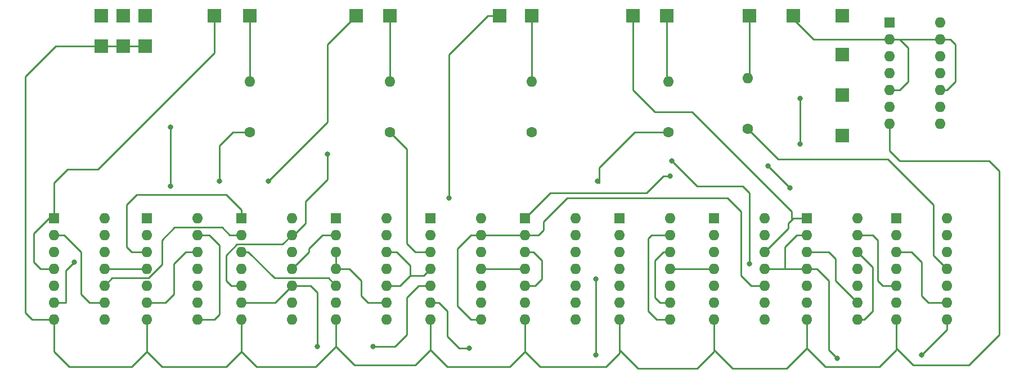
<source format=gbr>
%TF.GenerationSoftware,KiCad,Pcbnew,(5.1.6)-1*%
%TF.CreationDate,2020-12-22T11:19:16+01:00*%
%TF.ProjectId,Addierer,41646469-6572-4657-922e-6b696361645f,rev?*%
%TF.SameCoordinates,Original*%
%TF.FileFunction,Copper,L1,Top*%
%TF.FilePolarity,Positive*%
%FSLAX46Y46*%
G04 Gerber Fmt 4.6, Leading zero omitted, Abs format (unit mm)*
G04 Created by KiCad (PCBNEW (5.1.6)-1) date 2020-12-22 11:19:16*
%MOMM*%
%LPD*%
G01*
G04 APERTURE LIST*
%TA.AperFunction,ComponentPad*%
%ADD10R,2.000000X2.000000*%
%TD*%
%TA.AperFunction,ComponentPad*%
%ADD11O,1.600000X1.600000*%
%TD*%
%TA.AperFunction,ComponentPad*%
%ADD12C,1.600000*%
%TD*%
%TA.AperFunction,ComponentPad*%
%ADD13R,1.600000X1.600000*%
%TD*%
%TA.AperFunction,ViaPad*%
%ADD14C,0.800000*%
%TD*%
%TA.AperFunction,Conductor*%
%ADD15C,0.250000*%
%TD*%
G04 APERTURE END LIST*
D10*
%TO.P,GND,1*%
%TO.N,Net-(GND1-Pad1)*%
X60452000Y-99568000D03*
%TD*%
%TO.P,GND,1*%
%TO.N,Net-(GND1-Pad1)*%
X57150000Y-99568000D03*
%TD*%
%TO.P,Vcc,1*%
%TO.N,+5V*%
X60452000Y-94996000D03*
%TD*%
%TO.P,Vcc,1*%
%TO.N,+5V*%
X57150000Y-94996000D03*
%TD*%
%TO.P,a1,1*%
%TO.N,Net-(U1-Pad1)*%
X70866000Y-94996000D03*
%TD*%
%TO.P,a2,1*%
%TO.N,Net-(U3-Pad4)*%
X92202000Y-94996000D03*
%TD*%
%TO.P,a3,1*%
%TO.N,Net-(U5-Pad12)*%
X113792000Y-94996000D03*
%TD*%
%TO.P,a4,1*%
%TO.N,Net-(U8-Pad12)*%
X133858000Y-94996000D03*
%TD*%
%TO.P,b1,1*%
%TO.N,Net-(U12-Pad1)*%
X165354000Y-94996000D03*
%TD*%
%TO.P,b2,1*%
%TO.N,Net-(U12-Pad4)*%
X165354000Y-100838000D03*
%TD*%
%TO.P,b3,1*%
%TO.N,Net-(U12-Pad9)*%
X165354000Y-106934000D03*
%TD*%
%TO.P,b4,1*%
%TO.N,Net-(U12-Pad12)*%
X165354000Y-113030000D03*
%TD*%
%TO.P,GND,1*%
%TO.N,Net-(GND1-Pad1)*%
X53848000Y-99568000D03*
%TD*%
D11*
%TO.P,R1,2*%
%TO.N,Net-(R1-Pad2)*%
X76200000Y-104902000D03*
D12*
%TO.P,R1,1*%
%TO.N,Net-(R1-Pad1)*%
X76200000Y-112522000D03*
%TD*%
D11*
%TO.P,R3,2*%
%TO.N,Net-(R3-Pad2)*%
X97282000Y-104902000D03*
D12*
%TO.P,R3,1*%
%TO.N,Net-(R3-Pad1)*%
X97282000Y-112522000D03*
%TD*%
%TO.P,R5,1*%
%TO.N,Net-(R5-Pad1)*%
X118618000Y-112522000D03*
D11*
%TO.P,R5,2*%
%TO.N,Net-(R5-Pad2)*%
X118618000Y-104902000D03*
%TD*%
D12*
%TO.P,R7,1*%
%TO.N,Net-(R7-Pad1)*%
X139192000Y-112522000D03*
D11*
%TO.P,R7,2*%
%TO.N,Net-(R7-Pad2)*%
X139192000Y-104902000D03*
%TD*%
D12*
%TO.P,R8,1*%
%TO.N,Net-(R8-Pad1)*%
X151130000Y-112014000D03*
D11*
%TO.P,R8,2*%
%TO.N,Net-(R8-Pad2)*%
X151130000Y-104394000D03*
%TD*%
D10*
%TO.P,S1,1*%
%TO.N,Net-(R1-Pad2)*%
X76200000Y-94996000D03*
%TD*%
%TO.P,S2,1*%
%TO.N,Net-(R3-Pad2)*%
X97282000Y-94996000D03*
%TD*%
%TO.P,S3,1*%
%TO.N,Net-(R5-Pad2)*%
X118618000Y-94996000D03*
%TD*%
%TO.P,S4,1*%
%TO.N,Net-(R7-Pad2)*%
X138938000Y-94996000D03*
%TD*%
D13*
%TO.P,U1,1*%
%TO.N,Net-(U1-Pad1)*%
X46736000Y-125476000D03*
D11*
%TO.P,U1,8*%
%TO.N,Net-(U1-Pad13)*%
X54356000Y-140716000D03*
%TO.P,U1,2*%
%TO.N,Net-(U1-Pad2)*%
X46736000Y-128016000D03*
%TO.P,U1,9*%
X54356000Y-138176000D03*
%TO.P,U1,3*%
%TO.N,Net-(U1-Pad10)*%
X46736000Y-130556000D03*
%TO.P,U1,10*%
X54356000Y-135636000D03*
%TO.P,U1,4*%
%TO.N,Net-(U1-Pad1)*%
X46736000Y-133096000D03*
%TO.P,U1,11*%
%TO.N,Net-(U1-Pad11)*%
X54356000Y-133096000D03*
%TO.P,U1,5*%
%TO.N,Net-(U1-Pad10)*%
X46736000Y-135636000D03*
%TO.P,U1,12*%
%TO.N,Net-(U1-Pad12)*%
X54356000Y-130556000D03*
%TO.P,U1,6*%
X46736000Y-138176000D03*
%TO.P,U1,13*%
%TO.N,Net-(U1-Pad13)*%
X54356000Y-128016000D03*
%TO.P,U1,7*%
%TO.N,Net-(GND1-Pad1)*%
X46736000Y-140716000D03*
%TO.P,U1,14*%
%TO.N,+5V*%
X54356000Y-125476000D03*
%TD*%
D13*
%TO.P,U2,1*%
%TO.N,Net-(U1-Pad11)*%
X60706000Y-125476000D03*
D11*
%TO.P,U2,8*%
%TO.N,Net-(U2-Pad13)*%
X68326000Y-140716000D03*
%TO.P,U2,2*%
%TO.N,Net-(U11-Pad1)*%
X60706000Y-128016000D03*
%TO.P,U2,9*%
%TO.N,Net-(U2-Pad3)*%
X68326000Y-138176000D03*
%TO.P,U2,3*%
X60706000Y-130556000D03*
%TO.P,U2,10*%
%TO.N,Net-(U11-Pad1)*%
X68326000Y-135636000D03*
%TO.P,U2,4*%
%TO.N,Net-(U1-Pad11)*%
X60706000Y-133096000D03*
%TO.P,U2,11*%
%TO.N,Net-(R1-Pad1)*%
X68326000Y-133096000D03*
%TO.P,U2,5*%
%TO.N,Net-(U2-Pad3)*%
X60706000Y-135636000D03*
%TO.P,U2,12*%
%TO.N,Net-(U2-Pad12)*%
X68326000Y-130556000D03*
%TO.P,U2,6*%
X60706000Y-138176000D03*
%TO.P,U2,13*%
%TO.N,Net-(U2-Pad13)*%
X68326000Y-128016000D03*
%TO.P,U2,7*%
%TO.N,Net-(GND1-Pad1)*%
X60706000Y-140716000D03*
%TO.P,U2,14*%
%TO.N,+5V*%
X68326000Y-125476000D03*
%TD*%
%TO.P,U3,14*%
%TO.N,+5V*%
X82550000Y-125476000D03*
%TO.P,U3,7*%
%TO.N,Net-(GND1-Pad1)*%
X74930000Y-140716000D03*
%TO.P,U3,13*%
%TO.N,Net-(U12-Pad6)*%
X82550000Y-128016000D03*
%TO.P,U3,6*%
%TO.N,Net-(U3-Pad10)*%
X74930000Y-138176000D03*
%TO.P,U3,12*%
X82550000Y-130556000D03*
%TO.P,U3,5*%
%TO.N,Net-(U12-Pad6)*%
X74930000Y-135636000D03*
%TO.P,U3,11*%
%TO.N,Net-(U3-Pad11)*%
X82550000Y-133096000D03*
%TO.P,U3,4*%
%TO.N,Net-(U3-Pad4)*%
X74930000Y-133096000D03*
%TO.P,U3,10*%
%TO.N,Net-(U3-Pad10)*%
X82550000Y-135636000D03*
%TO.P,U3,3*%
%TO.N,Net-(U3-Pad3)*%
X74930000Y-130556000D03*
%TO.P,U3,9*%
%TO.N,Net-(U3-Pad4)*%
X82550000Y-138176000D03*
%TO.P,U3,2*%
%TO.N,Net-(U1-Pad10)*%
X74930000Y-128016000D03*
%TO.P,U3,8*%
%TO.N,Net-(U3-Pad8)*%
X82550000Y-140716000D03*
D13*
%TO.P,U3,1*%
%TO.N,Net-(U2-Pad3)*%
X74930000Y-125476000D03*
%TD*%
D11*
%TO.P,U4,14*%
%TO.N,+5V*%
X96774000Y-125476000D03*
%TO.P,U4,7*%
%TO.N,Net-(GND1-Pad1)*%
X89154000Y-140716000D03*
%TO.P,U4,13*%
%TO.N,Net-(U3-Pad3)*%
X96774000Y-128016000D03*
%TO.P,U4,6*%
%TO.N,Net-(U4-Pad10)*%
X89154000Y-138176000D03*
%TO.P,U4,12*%
X96774000Y-130556000D03*
%TO.P,U4,5*%
%TO.N,Net-(U3-Pad3)*%
X89154000Y-135636000D03*
%TO.P,U4,11*%
%TO.N,Net-(U4-Pad11)*%
X96774000Y-133096000D03*
%TO.P,U4,4*%
%TO.N,Net-(U4-Pad3)*%
X89154000Y-133096000D03*
%TO.P,U4,10*%
%TO.N,Net-(U4-Pad10)*%
X96774000Y-135636000D03*
%TO.P,U4,3*%
%TO.N,Net-(U4-Pad3)*%
X89154000Y-130556000D03*
%TO.P,U4,9*%
X96774000Y-138176000D03*
%TO.P,U4,2*%
%TO.N,Net-(U3-Pad11)*%
X89154000Y-128016000D03*
%TO.P,U4,8*%
%TO.N,Net-(U4-Pad8)*%
X96774000Y-140716000D03*
D13*
%TO.P,U4,1*%
%TO.N,Net-(U3-Pad8)*%
X89154000Y-125476000D03*
%TD*%
%TO.P,U5,1*%
%TO.N,Net-(U4-Pad8)*%
X103378000Y-125476000D03*
D11*
%TO.P,U5,8*%
%TO.N,Net-(U5-Pad13)*%
X110998000Y-140716000D03*
%TO.P,U5,2*%
%TO.N,Net-(U4-Pad11)*%
X103378000Y-128016000D03*
%TO.P,U5,9*%
%TO.N,Net-(U5-Pad12)*%
X110998000Y-138176000D03*
%TO.P,U5,3*%
%TO.N,Net-(R3-Pad1)*%
X103378000Y-130556000D03*
%TO.P,U5,10*%
%TO.N,Net-(U12-Pad8)*%
X110998000Y-135636000D03*
%TO.P,U5,4*%
%TO.N,Net-(U4-Pad10)*%
X103378000Y-133096000D03*
%TO.P,U5,11*%
%TO.N,Net-(U5-Pad11)*%
X110998000Y-133096000D03*
%TO.P,U5,5*%
%TO.N,Net-(U3-Pad10)*%
X103378000Y-135636000D03*
%TO.P,U5,12*%
%TO.N,Net-(U5-Pad12)*%
X110998000Y-130556000D03*
%TO.P,U5,6*%
%TO.N,Net-(U5-Pad6)*%
X103378000Y-138176000D03*
%TO.P,U5,13*%
%TO.N,Net-(U5-Pad13)*%
X110998000Y-128016000D03*
%TO.P,U5,7*%
%TO.N,Net-(GND1-Pad1)*%
X103378000Y-140716000D03*
%TO.P,U5,14*%
%TO.N,+5V*%
X110998000Y-125476000D03*
%TD*%
%TO.P,U6,14*%
%TO.N,+5V*%
X125222000Y-125476000D03*
%TO.P,U6,7*%
%TO.N,Net-(GND1-Pad1)*%
X117602000Y-140716000D03*
%TO.P,U6,13*%
%TO.N,N/C*%
X125222000Y-128016000D03*
%TO.P,U6,6*%
%TO.N,Net-(U6-Pad6)*%
X117602000Y-138176000D03*
%TO.P,U6,12*%
%TO.N,N/C*%
X125222000Y-130556000D03*
%TO.P,U6,5*%
%TO.N,Net-(U6-Pad3)*%
X117602000Y-135636000D03*
%TO.P,U6,11*%
%TO.N,N/C*%
X125222000Y-133096000D03*
%TO.P,U6,4*%
%TO.N,Net-(U5-Pad11)*%
X117602000Y-133096000D03*
%TO.P,U6,10*%
%TO.N,N/C*%
X125222000Y-135636000D03*
%TO.P,U6,3*%
%TO.N,Net-(U6-Pad3)*%
X117602000Y-130556000D03*
%TO.P,U6,9*%
%TO.N,N/C*%
X125222000Y-138176000D03*
%TO.P,U6,2*%
%TO.N,Net-(U5-Pad13)*%
X117602000Y-128016000D03*
%TO.P,U6,8*%
%TO.N,N/C*%
X125222000Y-140716000D03*
D13*
%TO.P,U6,1*%
%TO.N,Net-(U12-Pad8)*%
X117602000Y-125476000D03*
%TD*%
%TO.P,U7,1*%
%TO.N,N/C*%
X131826000Y-125476000D03*
D11*
%TO.P,U7,8*%
%TO.N,Net-(U7-Pad13)*%
X139446000Y-140716000D03*
%TO.P,U7,2*%
%TO.N,N/C*%
X131826000Y-128016000D03*
%TO.P,U7,9*%
%TO.N,Net-(U6-Pad6)*%
X139446000Y-138176000D03*
%TO.P,U7,3*%
%TO.N,N/C*%
X131826000Y-130556000D03*
%TO.P,U7,10*%
%TO.N,Net-(U5-Pad6)*%
X139446000Y-135636000D03*
%TO.P,U7,4*%
%TO.N,N/C*%
X131826000Y-133096000D03*
%TO.P,U7,11*%
%TO.N,Net-(U7-Pad11)*%
X139446000Y-133096000D03*
%TO.P,U7,5*%
%TO.N,N/C*%
X131826000Y-135636000D03*
%TO.P,U7,12*%
%TO.N,Net-(U6-Pad6)*%
X139446000Y-130556000D03*
%TO.P,U7,6*%
%TO.N,N/C*%
X131826000Y-138176000D03*
%TO.P,U7,13*%
%TO.N,Net-(U7-Pad13)*%
X139446000Y-128016000D03*
%TO.P,U7,7*%
%TO.N,Net-(GND1-Pad1)*%
X131826000Y-140716000D03*
%TO.P,U7,14*%
%TO.N,+5V*%
X139446000Y-125476000D03*
%TD*%
%TO.P,U8,14*%
%TO.N,+5V*%
X153670000Y-125476000D03*
%TO.P,U8,7*%
%TO.N,Net-(GND1-Pad1)*%
X146050000Y-140716000D03*
%TO.P,U8,13*%
%TO.N,Net-(U12-Pad11)*%
X153670000Y-128016000D03*
%TO.P,U8,6*%
%TO.N,Net-(R5-Pad1)*%
X146050000Y-138176000D03*
%TO.P,U8,12*%
%TO.N,Net-(U8-Pad12)*%
X153670000Y-130556000D03*
%TO.P,U8,5*%
%TO.N,Net-(U8-Pad3)*%
X146050000Y-135636000D03*
%TO.P,U8,11*%
%TO.N,Net-(U10-Pad13)*%
X153670000Y-133096000D03*
%TO.P,U8,4*%
%TO.N,Net-(U7-Pad11)*%
X146050000Y-133096000D03*
%TO.P,U8,10*%
%TO.N,Net-(U5-Pad13)*%
X153670000Y-135636000D03*
%TO.P,U8,3*%
%TO.N,Net-(U8-Pad3)*%
X146050000Y-130556000D03*
%TO.P,U8,9*%
%TO.N,Net-(U7-Pad13)*%
X153670000Y-138176000D03*
%TO.P,U8,2*%
%TO.N,Net-(U5-Pad6)*%
X146050000Y-128016000D03*
%TO.P,U8,8*%
%TO.N,Net-(U10-Pad5)*%
X153670000Y-140716000D03*
D13*
%TO.P,U8,1*%
%TO.N,Net-(U7-Pad13)*%
X146050000Y-125476000D03*
%TD*%
%TO.P,U9,1*%
%TO.N,Net-(U8-Pad12)*%
X160020000Y-125476000D03*
D11*
%TO.P,U9,8*%
%TO.N,Net-(U10-Pad1)*%
X167640000Y-140716000D03*
%TO.P,U9,2*%
%TO.N,Net-(U10-Pad13)*%
X160020000Y-128016000D03*
%TO.P,U9,9*%
%TO.N,Net-(U9-Pad3)*%
X167640000Y-138176000D03*
%TO.P,U9,3*%
X160020000Y-130556000D03*
%TO.P,U9,10*%
%TO.N,Net-(U9-Pad10)*%
X167640000Y-135636000D03*
%TO.P,U9,4*%
%TO.N,Net-(U10-Pad13)*%
X160020000Y-133096000D03*
%TO.P,U9,11*%
%TO.N,Net-(U10-Pad12)*%
X167640000Y-133096000D03*
%TO.P,U9,5*%
%TO.N,Net-(U12-Pad11)*%
X160020000Y-135636000D03*
%TO.P,U9,12*%
%TO.N,Net-(U10-Pad1)*%
X167640000Y-130556000D03*
%TO.P,U9,6*%
%TO.N,Net-(U9-Pad10)*%
X160020000Y-138176000D03*
%TO.P,U9,13*%
%TO.N,Net-(U10-Pad5)*%
X167640000Y-128016000D03*
%TO.P,U9,7*%
%TO.N,Net-(GND1-Pad1)*%
X160020000Y-140716000D03*
%TO.P,U9,14*%
%TO.N,+5V*%
X167640000Y-125476000D03*
%TD*%
%TO.P,U10,14*%
%TO.N,+5V*%
X181102000Y-125476000D03*
%TO.P,U10,7*%
%TO.N,Net-(GND1-Pad1)*%
X173482000Y-140716000D03*
%TO.P,U10,13*%
%TO.N,Net-(U10-Pad13)*%
X181102000Y-128016000D03*
%TO.P,U10,6*%
%TO.N,Net-(U10-Pad10)*%
X173482000Y-138176000D03*
%TO.P,U10,12*%
%TO.N,Net-(U10-Pad12)*%
X181102000Y-130556000D03*
%TO.P,U10,5*%
%TO.N,Net-(U10-Pad5)*%
X173482000Y-135636000D03*
%TO.P,U10,11*%
%TO.N,Net-(R8-Pad1)*%
X181102000Y-133096000D03*
%TO.P,U10,4*%
%TO.N,Net-(U10-Pad12)*%
X173482000Y-133096000D03*
%TO.P,U10,10*%
%TO.N,Net-(U10-Pad10)*%
X181102000Y-135636000D03*
%TO.P,U10,3*%
%TO.N,Net-(U10-Pad3)*%
X173482000Y-130556000D03*
%TO.P,U10,9*%
X181102000Y-138176000D03*
%TO.P,U10,2*%
%TO.N,Net-(U10-Pad12)*%
X173482000Y-128016000D03*
%TO.P,U10,8*%
%TO.N,Net-(R7-Pad1)*%
X181102000Y-140716000D03*
D13*
%TO.P,U10,1*%
%TO.N,Net-(U10-Pad1)*%
X173482000Y-125476000D03*
%TD*%
D10*
%TO.P,U11,1*%
%TO.N,Net-(U11-Pad1)*%
X157988000Y-94996000D03*
%TD*%
D13*
%TO.P,U12,1*%
%TO.N,Net-(U12-Pad1)*%
X172466000Y-96012000D03*
D11*
%TO.P,U12,8*%
%TO.N,Net-(U12-Pad8)*%
X180086000Y-111252000D03*
%TO.P,U12,2*%
%TO.N,Net-(U11-Pad1)*%
X172466000Y-98552000D03*
%TO.P,U12,9*%
%TO.N,Net-(U12-Pad9)*%
X180086000Y-108712000D03*
%TO.P,U12,3*%
%TO.N,Net-(U1-Pad2)*%
X172466000Y-101092000D03*
%TO.P,U12,10*%
%TO.N,Net-(U11-Pad1)*%
X180086000Y-106172000D03*
%TO.P,U12,4*%
%TO.N,Net-(U12-Pad4)*%
X172466000Y-103632000D03*
%TO.P,U12,11*%
%TO.N,Net-(U12-Pad11)*%
X180086000Y-103632000D03*
%TO.P,U12,5*%
%TO.N,Net-(U11-Pad1)*%
X172466000Y-106172000D03*
%TO.P,U12,12*%
%TO.N,Net-(U12-Pad12)*%
X180086000Y-101092000D03*
%TO.P,U12,6*%
%TO.N,Net-(U12-Pad6)*%
X172466000Y-108712000D03*
%TO.P,U12,13*%
%TO.N,Net-(U11-Pad1)*%
X180086000Y-98552000D03*
%TO.P,U12,7*%
%TO.N,Net-(GND1-Pad1)*%
X172466000Y-111252000D03*
%TO.P,U12,14*%
%TO.N,+5V*%
X180086000Y-96012000D03*
%TD*%
D10*
%TO.P,Vcc,1*%
%TO.N,+5V*%
X53848000Y-94996000D03*
%TD*%
%TO.P,\u00DCn+4,1*%
%TO.N,Net-(R8-Pad2)*%
X151384000Y-94996000D03*
%TD*%
D14*
%TO.N,Net-(R1-Pad1)*%
X71628000Y-119888000D03*
%TO.N,Net-(U1-Pad12)*%
X49784000Y-132080000D03*
%TO.N,Net-(U3-Pad4)*%
X78994000Y-119888000D03*
%TO.N,Net-(U3-Pad10)*%
X86360000Y-144780000D03*
X94742000Y-144780000D03*
%TO.N,Net-(U5-Pad12)*%
X106172000Y-122428000D03*
%TO.N,Net-(R5-Pad1)*%
X139700000Y-116840000D03*
X151384000Y-132334000D03*
%TO.N,Net-(R7-Pad1)*%
X128524000Y-119888000D03*
X128270000Y-134620000D03*
X128270000Y-146050000D03*
X177292000Y-146050000D03*
%TO.N,Net-(U10-Pad13)*%
X164592000Y-146558000D03*
%TO.N,Net-(U12-Pad6)*%
X87884000Y-115824000D03*
%TO.N,Net-(U12-Pad8)*%
X139446000Y-119126000D03*
%TO.N,Net-(U5-Pad6)*%
X109220000Y-145034000D03*
%TO.N,Net-(U12-Pad11)*%
X159004000Y-107442000D03*
X159004000Y-114300000D03*
X154178000Y-117602000D03*
X157480000Y-120904000D03*
%TO.N,Net-(U11-Pad1)*%
X64262000Y-111760000D03*
X64262000Y-120650000D03*
%TD*%
D15*
%TO.N,Net-(U1-Pad1)*%
X70866000Y-94996000D02*
X70866000Y-100584000D01*
X70866000Y-100584000D02*
X53340000Y-118110000D01*
X53340000Y-118110000D02*
X48768000Y-118110000D01*
X46736000Y-120142000D02*
X46736000Y-125476000D01*
X48768000Y-118110000D02*
X46736000Y-120142000D01*
X46736000Y-125476000D02*
X45974000Y-125476000D01*
X45974000Y-125476000D02*
X43688000Y-127762000D01*
X43688000Y-127762000D02*
X43688000Y-132080000D01*
X44704000Y-133096000D02*
X46736000Y-133096000D01*
X43688000Y-132080000D02*
X44704000Y-133096000D01*
%TO.N,Net-(U1-Pad2)*%
X46736000Y-128016000D02*
X48260000Y-128016000D01*
X48260000Y-128016000D02*
X50800000Y-130556000D01*
X50800000Y-130556000D02*
X50800000Y-136906000D01*
X52070000Y-138176000D02*
X54356000Y-138176000D01*
X50800000Y-136906000D02*
X52070000Y-138176000D01*
%TO.N,Net-(R1-Pad1)*%
X73660000Y-112522000D02*
X76200000Y-112522000D01*
X71628000Y-119888000D02*
X71628000Y-114554000D01*
X71628000Y-114554000D02*
X73660000Y-112522000D01*
%TO.N,Net-(R3-Pad1)*%
X99822000Y-129286000D02*
X101092000Y-130556000D01*
X97282000Y-112522000D02*
X99822000Y-115062000D01*
X101092000Y-130556000D02*
X103378000Y-130556000D01*
X99822000Y-115062000D02*
X99822000Y-129286000D01*
%TO.N,Net-(U1-Pad10)*%
X74930000Y-128016000D02*
X73152000Y-128016000D01*
X72026999Y-126890999D02*
X64879001Y-126890999D01*
X73152000Y-128016000D02*
X72026999Y-126890999D01*
X64879001Y-126890999D02*
X62992000Y-128778000D01*
X55481001Y-134510999D02*
X54356000Y-135636000D01*
X60956003Y-134510999D02*
X55481001Y-134510999D01*
X62992000Y-132475002D02*
X60956003Y-134510999D01*
X62992000Y-128778000D02*
X62992000Y-132475002D01*
%TO.N,Net-(U1-Pad11)*%
X54356000Y-133096000D02*
X60706000Y-133096000D01*
%TO.N,Net-(U1-Pad12)*%
X46736000Y-138176000D02*
X48514000Y-138176000D01*
X48514000Y-138176000D02*
X48514000Y-133350000D01*
X48514000Y-133350000D02*
X49784000Y-132080000D01*
%TO.N,Net-(U2-Pad3)*%
X74930000Y-125476000D02*
X74930000Y-124206000D01*
X74930000Y-124206000D02*
X72644000Y-121920000D01*
X72644000Y-121920000D02*
X59182000Y-121920000D01*
X59182000Y-121920000D02*
X57658000Y-123444000D01*
X57658000Y-123444000D02*
X57658000Y-129794000D01*
X58420000Y-130556000D02*
X60706000Y-130556000D01*
X57658000Y-129794000D02*
X58420000Y-130556000D01*
%TO.N,Net-(U2-Pad12)*%
X68326000Y-130556000D02*
X66548000Y-130556000D01*
X66548000Y-130556000D02*
X64770000Y-132334000D01*
X64770000Y-132334000D02*
X64770000Y-136906000D01*
X63500000Y-138176000D02*
X60706000Y-138176000D01*
X64770000Y-136906000D02*
X63500000Y-138176000D01*
%TO.N,Net-(U2-Pad13)*%
X68326000Y-128016000D02*
X70104000Y-128016000D01*
X70104000Y-128016000D02*
X71628000Y-129540000D01*
X71628000Y-129540000D02*
X71628000Y-139954000D01*
X70866000Y-140716000D02*
X68326000Y-140716000D01*
X71628000Y-139954000D02*
X70866000Y-140716000D01*
%TO.N,Net-(U3-Pad4)*%
X87884000Y-99314000D02*
X92202000Y-94996000D01*
X78994000Y-119888000D02*
X87884000Y-110998000D01*
X87884000Y-110998000D02*
X87884000Y-99314000D01*
%TO.N,Net-(U3-Pad10)*%
X80010000Y-138176000D02*
X82550000Y-135636000D01*
X74930000Y-138176000D02*
X80010000Y-138176000D01*
X82550000Y-135636000D02*
X85344000Y-135636000D01*
X85344000Y-135636000D02*
X86360000Y-136652000D01*
X86360000Y-136652000D02*
X86360000Y-144780000D01*
X103378000Y-135636000D02*
X101600000Y-135636000D01*
X101600000Y-135636000D02*
X99822000Y-137414000D01*
X99822000Y-137414000D02*
X99822000Y-143002000D01*
X98044000Y-144780000D02*
X94742000Y-144780000D01*
X99822000Y-143002000D02*
X98044000Y-144780000D01*
%TO.N,Net-(U3-Pad11)*%
X82550000Y-133096000D02*
X85090000Y-130556000D01*
X85090000Y-130556000D02*
X85090000Y-130048000D01*
X87122000Y-128016000D02*
X89154000Y-128016000D01*
X85090000Y-130048000D02*
X87122000Y-128016000D01*
%TO.N,Net-(U4-Pad3)*%
X89154000Y-130556000D02*
X89154000Y-133096000D01*
X89154000Y-133096000D02*
X91186000Y-133096000D01*
X91186000Y-133096000D02*
X92964000Y-134874000D01*
X92964000Y-134874000D02*
X92964000Y-137160000D01*
X93980000Y-138176000D02*
X96774000Y-138176000D01*
X92964000Y-137160000D02*
X93980000Y-138176000D01*
%TO.N,Net-(U4-Pad10)*%
X96774000Y-135636000D02*
X98806000Y-135636000D01*
X98806000Y-135636000D02*
X100330000Y-134112000D01*
X102362000Y-134112000D02*
X103378000Y-133096000D01*
X100330000Y-134112000D02*
X102362000Y-134112000D01*
X100330000Y-134112000D02*
X100330000Y-132588000D01*
X98298000Y-130556000D02*
X96774000Y-130556000D01*
X100330000Y-132588000D02*
X98298000Y-130556000D01*
%TO.N,Net-(U5-Pad12)*%
X113792000Y-94996000D02*
X112014000Y-94996000D01*
X112014000Y-94996000D02*
X106172000Y-100838000D01*
X106172000Y-100838000D02*
X106172000Y-122428000D01*
%TO.N,Net-(R5-Pad1)*%
X139700000Y-116840000D02*
X143510000Y-120650000D01*
X143510000Y-120650000D02*
X150368000Y-120650000D01*
X150368000Y-120650000D02*
X151384000Y-121666000D01*
X151384000Y-121666000D02*
X151384000Y-132334000D01*
%TO.N,Net-(R7-Pad1)*%
X139192000Y-112522000D02*
X134112000Y-112522000D01*
X134112000Y-112522000D02*
X128778000Y-117856000D01*
X128778000Y-117856000D02*
X128778000Y-120142000D01*
X128778000Y-120142000D02*
X128524000Y-119888000D01*
X128270000Y-134620000D02*
X128270000Y-146050000D01*
X181102000Y-140716000D02*
X181102000Y-142240000D01*
X181102000Y-142240000D02*
X177292000Y-146050000D01*
%TO.N,Net-(R8-Pad1)*%
X181102000Y-133096000D02*
X179070000Y-131064000D01*
X179070000Y-131064000D02*
X179070000Y-123444000D01*
X179070000Y-123444000D02*
X172212000Y-116586000D01*
X155702000Y-116586000D02*
X151130000Y-112014000D01*
X172212000Y-116586000D02*
X155702000Y-116586000D01*
%TO.N,Net-(U5-Pad13)*%
X110998000Y-128016000D02*
X117602000Y-128016000D01*
X110998000Y-128016000D02*
X109474000Y-128016000D01*
X109474000Y-128016000D02*
X107442000Y-130048000D01*
X107442000Y-130048000D02*
X107442000Y-138684000D01*
X109474000Y-140716000D02*
X110998000Y-140716000D01*
X107442000Y-138684000D02*
X109474000Y-140716000D01*
X153670000Y-135636000D02*
X151638000Y-135636000D01*
X151638000Y-135636000D02*
X150114000Y-134112000D01*
X150114000Y-134112000D02*
X150114000Y-124460000D01*
X150114000Y-124460000D02*
X148082000Y-122428000D01*
X148082000Y-122428000D02*
X123952000Y-122428000D01*
X123952000Y-122428000D02*
X120396000Y-125984000D01*
X120396000Y-125984000D02*
X120396000Y-127254000D01*
X119634000Y-128016000D02*
X117602000Y-128016000D01*
X120396000Y-127254000D02*
X119634000Y-128016000D01*
%TO.N,Net-(U5-Pad11)*%
X110998000Y-133096000D02*
X117602000Y-133096000D01*
%TO.N,Net-(U6-Pad3)*%
X117602000Y-130556000D02*
X118872000Y-130556000D01*
X118872000Y-130556000D02*
X120142000Y-131826000D01*
X120142000Y-131826000D02*
X120142000Y-134620000D01*
X119126000Y-135636000D02*
X117602000Y-135636000D01*
X120142000Y-134620000D02*
X119126000Y-135636000D01*
%TO.N,Net-(U6-Pad6)*%
X139446000Y-130556000D02*
X138430000Y-130556000D01*
X138430000Y-130556000D02*
X137160000Y-131826000D01*
X137160000Y-131826000D02*
X137160000Y-137414000D01*
X137922000Y-138176000D02*
X139446000Y-138176000D01*
X137160000Y-137414000D02*
X137922000Y-138176000D01*
%TO.N,Net-(U7-Pad13)*%
X139446000Y-128016000D02*
X136652000Y-128016000D01*
X136652000Y-128016000D02*
X136144000Y-128524000D01*
X136144000Y-128524000D02*
X136144000Y-139446000D01*
X137414000Y-140716000D02*
X139446000Y-140716000D01*
X136144000Y-139446000D02*
X137414000Y-140716000D01*
%TO.N,Net-(U7-Pad11)*%
X139446000Y-133096000D02*
X146050000Y-133096000D01*
%TO.N,Net-(U10-Pad13)*%
X164592000Y-146558000D02*
X163322000Y-145288000D01*
X163322000Y-145288000D02*
X163322000Y-134874000D01*
X161544000Y-133096000D02*
X160020000Y-133096000D01*
X163322000Y-134874000D02*
X161544000Y-133096000D01*
X160020000Y-128016000D02*
X158496000Y-128016000D01*
X156718000Y-129794000D02*
X156718000Y-133096000D01*
X158496000Y-128016000D02*
X156718000Y-129794000D01*
X160020000Y-133096000D02*
X156718000Y-133096000D01*
X156718000Y-133096000D02*
X153670000Y-133096000D01*
%TO.N,Net-(U8-Pad12)*%
X157988000Y-125476000D02*
X160020000Y-125476000D01*
X153670000Y-130556000D02*
X157226000Y-127000000D01*
X157226000Y-127000000D02*
X157226000Y-126238000D01*
X157734000Y-124460000D02*
X157734000Y-125730000D01*
X157226000Y-126238000D02*
X157734000Y-125730000D01*
X142748000Y-109474000D02*
X157734000Y-124460000D01*
X133858000Y-94996000D02*
X133858000Y-106172000D01*
X157734000Y-125730000D02*
X157988000Y-125476000D01*
X133858000Y-106172000D02*
X137160000Y-109474000D01*
X137160000Y-109474000D02*
X142748000Y-109474000D01*
%TO.N,Net-(U10-Pad5)*%
X167640000Y-128016000D02*
X169926000Y-128016000D01*
X169926000Y-128016000D02*
X170688000Y-128778000D01*
X170688000Y-128778000D02*
X170688000Y-134874000D01*
X171450000Y-135636000D02*
X173482000Y-135636000D01*
X170688000Y-134874000D02*
X171450000Y-135636000D01*
%TO.N,Net-(U10-Pad1)*%
X167640000Y-130556000D02*
X169926000Y-132842000D01*
X169926000Y-132842000D02*
X169926000Y-139446000D01*
X168656000Y-140716000D02*
X167640000Y-140716000D01*
X169926000Y-139446000D02*
X168656000Y-140716000D01*
%TO.N,Net-(U9-Pad3)*%
X167640000Y-138176000D02*
X164338000Y-134874000D01*
X164338000Y-134874000D02*
X164338000Y-131572000D01*
X163322000Y-130556000D02*
X160020000Y-130556000D01*
X164338000Y-131572000D02*
X163322000Y-130556000D01*
%TO.N,Net-(U10-Pad3)*%
X173482000Y-130556000D02*
X175768000Y-130556000D01*
X175768000Y-130556000D02*
X177292000Y-132080000D01*
X177292000Y-132080000D02*
X177292000Y-137160000D01*
X178308000Y-138176000D02*
X181102000Y-138176000D01*
X177292000Y-137160000D02*
X178308000Y-138176000D01*
%TO.N,Net-(GND1-Pad1)*%
X172466000Y-111252000D02*
X172466000Y-115316000D01*
X172466000Y-115316000D02*
X173990000Y-116840000D01*
X173990000Y-116840000D02*
X187452000Y-116840000D01*
X187452000Y-116840000D02*
X188976000Y-118364000D01*
X188976000Y-118364000D02*
X188976000Y-143002000D01*
X188976000Y-143002000D02*
X184404000Y-147574000D01*
X184404000Y-147574000D02*
X176022000Y-147574000D01*
X176022000Y-147574000D02*
X173482000Y-145034000D01*
X173482000Y-140716000D02*
X173482000Y-145034000D01*
X173482000Y-145034000D02*
X173482000Y-145288000D01*
X173482000Y-145288000D02*
X170942000Y-147828000D01*
X170942000Y-147828000D02*
X162814000Y-147828000D01*
X160020000Y-145034000D02*
X160020000Y-140716000D01*
X162814000Y-147828000D02*
X160020000Y-145034000D01*
X146050000Y-145288000D02*
X146050000Y-140716000D01*
X146050000Y-145288000D02*
X146050000Y-145542000D01*
X146050000Y-145542000D02*
X143510000Y-148082000D01*
X143510000Y-148082000D02*
X134620000Y-148082000D01*
X134620000Y-148082000D02*
X131826000Y-145288000D01*
X131826000Y-145034000D02*
X131826000Y-145796000D01*
X131826000Y-145034000D02*
X131826000Y-140716000D01*
X131826000Y-145288000D02*
X131826000Y-145034000D01*
X131826000Y-145796000D02*
X129794000Y-147828000D01*
X129794000Y-147828000D02*
X119888000Y-147828000D01*
X119888000Y-147828000D02*
X117602000Y-145542000D01*
X117602000Y-145542000D02*
X117602000Y-145288000D01*
X117602000Y-145288000D02*
X117602000Y-140716000D01*
X117602000Y-145542000D02*
X115316000Y-147828000D01*
X115316000Y-147828000D02*
X105918000Y-147828000D01*
X103378000Y-145288000D02*
X103378000Y-140716000D01*
X105918000Y-147828000D02*
X103378000Y-145288000D01*
X89154000Y-144780000D02*
X89154000Y-140716000D01*
X86106000Y-147828000D02*
X89154000Y-144780000D01*
X77216000Y-147828000D02*
X86106000Y-147828000D01*
X74930000Y-140716000D02*
X74930000Y-145542000D01*
X74930000Y-145542000D02*
X77216000Y-147828000D01*
X74930000Y-145542000D02*
X72644000Y-147828000D01*
X72644000Y-147828000D02*
X62992000Y-147828000D01*
X62992000Y-147828000D02*
X60706000Y-145542000D01*
X60706000Y-145542000D02*
X60706000Y-140716000D01*
X46736000Y-145542000D02*
X46736000Y-140716000D01*
X49022000Y-147828000D02*
X46736000Y-145542000D01*
X60706000Y-145542000D02*
X58420000Y-147828000D01*
X58420000Y-147828000D02*
X49022000Y-147828000D01*
X53848000Y-99568000D02*
X46990000Y-99568000D01*
X46990000Y-99568000D02*
X42418000Y-104140000D01*
X42418000Y-104140000D02*
X42418000Y-139700000D01*
X43434000Y-140716000D02*
X46736000Y-140716000D01*
X42418000Y-139700000D02*
X43434000Y-140716000D01*
X53848000Y-99568000D02*
X57150000Y-99568000D01*
X57150000Y-99568000D02*
X60452000Y-99568000D01*
X91948000Y-147574000D02*
X89154000Y-144780000D01*
X103378000Y-145288000D02*
X101092000Y-147574000D01*
X101092000Y-147574000D02*
X91948000Y-147574000D01*
X156972000Y-148082000D02*
X148844000Y-148082000D01*
X160020000Y-145034000D02*
X156972000Y-148082000D01*
X148336000Y-147574000D02*
X148082000Y-147320000D01*
X148844000Y-148082000D02*
X148082000Y-147320000D01*
X148082000Y-147320000D02*
X146050000Y-145288000D01*
%TO.N,Net-(R1-Pad2)*%
X76200000Y-94996000D02*
X76200000Y-104902000D01*
%TO.N,Net-(R3-Pad2)*%
X97282000Y-94996000D02*
X97282000Y-104902000D01*
%TO.N,Net-(R5-Pad2)*%
X118618000Y-94996000D02*
X118618000Y-104902000D01*
%TO.N,Net-(R7-Pad2)*%
X138938000Y-104648000D02*
X139192000Y-104902000D01*
X138938000Y-94996000D02*
X138938000Y-104648000D01*
%TO.N,Net-(R8-Pad2)*%
X151384000Y-104140000D02*
X151130000Y-104394000D01*
X151384000Y-94996000D02*
X151384000Y-104140000D01*
%TO.N,Net-(U3-Pad3)*%
X88028999Y-134510999D02*
X79900999Y-134510999D01*
X89154000Y-135636000D02*
X88028999Y-134510999D01*
X75946000Y-130556000D02*
X74930000Y-130556000D01*
X79900999Y-134510999D02*
X75946000Y-130556000D01*
%TO.N,Net-(U12-Pad6)*%
X81135001Y-129430999D02*
X74277001Y-129430999D01*
X82550000Y-128016000D02*
X81135001Y-129430999D01*
X74277001Y-129430999D02*
X72644000Y-131064000D01*
X72644000Y-131064000D02*
X72644000Y-134874000D01*
X73406000Y-135636000D02*
X74930000Y-135636000D01*
X72644000Y-134874000D02*
X73406000Y-135636000D01*
X87884000Y-115824000D02*
X87884000Y-119634000D01*
X87884000Y-119634000D02*
X84582000Y-122936000D01*
X84582000Y-122936000D02*
X84582000Y-126238000D01*
X82804000Y-128016000D02*
X82550000Y-128016000D01*
X84582000Y-126238000D02*
X82804000Y-128016000D01*
%TO.N,Net-(U12-Pad8)*%
X139446000Y-119126000D02*
X138430000Y-119126000D01*
X138430000Y-119126000D02*
X135890000Y-121666000D01*
X121412000Y-121666000D02*
X117602000Y-125476000D01*
X135890000Y-121666000D02*
X121412000Y-121666000D01*
%TO.N,Net-(U5-Pad6)*%
X109220000Y-145034000D02*
X107696000Y-145034000D01*
X107696000Y-145034000D02*
X105918000Y-143256000D01*
X105918000Y-143256000D02*
X105918000Y-139446000D01*
X104648000Y-138176000D02*
X103378000Y-138176000D01*
X105918000Y-139446000D02*
X104648000Y-138176000D01*
%TO.N,Net-(U12-Pad11)*%
X159004000Y-107442000D02*
X159004000Y-114300000D01*
X159004000Y-114300000D02*
X159004000Y-114300000D01*
X154178000Y-117602000D02*
X157480000Y-120904000D01*
%TO.N,Net-(U11-Pad1)*%
X180086000Y-98552000D02*
X181610000Y-98552000D01*
X181610000Y-98552000D02*
X182372000Y-99314000D01*
X182372000Y-99314000D02*
X182372000Y-104902000D01*
X181102000Y-106172000D02*
X180086000Y-106172000D01*
X182372000Y-104902000D02*
X181102000Y-106172000D01*
X180086000Y-98552000D02*
X172466000Y-98552000D01*
X172466000Y-98552000D02*
X173990000Y-98552000D01*
X173990000Y-98552000D02*
X175260000Y-99822000D01*
X175260000Y-99822000D02*
X175260000Y-104902000D01*
X173990000Y-106172000D02*
X172466000Y-106172000D01*
X175260000Y-104902000D02*
X173990000Y-106172000D01*
X157988000Y-94996000D02*
X157988000Y-95504000D01*
X161036000Y-98552000D02*
X172466000Y-98552000D01*
X157988000Y-95504000D02*
X161036000Y-98552000D01*
X64262000Y-111760000D02*
X64262000Y-120396000D01*
X64262000Y-120396000D02*
X64262000Y-120650000D01*
%TD*%
M02*

</source>
